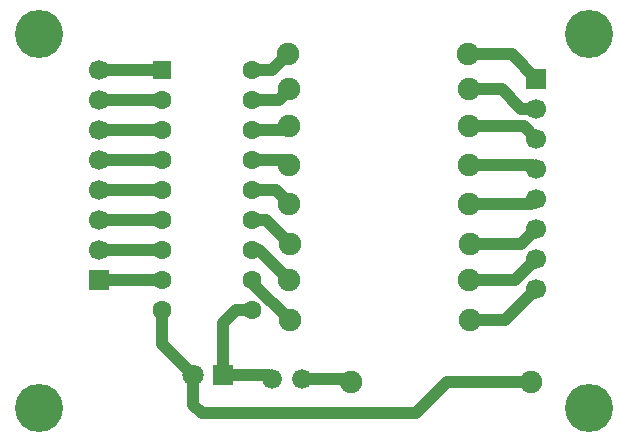
<source format=gbl>
G04 (created by PCBNEW (2013-07-07 BZR 4022)-stable) date 30-Oct-13 5:57:55 PM*
%MOIN*%
G04 Gerber Fmt 3.4, Leading zero omitted, Abs format*
%FSLAX34Y34*%
G01*
G70*
G90*
G04 APERTURE LIST*
%ADD10C,0.00590551*%
%ADD11C,0.0748031*%
%ADD12R,0.0669291X0.0669291*%
%ADD13C,0.0669291*%
%ADD14R,0.0708661X0.0708661*%
%ADD15C,0.0708661*%
%ADD16R,0.0629921X0.0629921*%
%ADD17C,0.0629921*%
%ADD18C,0.066*%
%ADD19C,0.16*%
%ADD20C,0.0393701*%
%ADD21C,0.0472441*%
G04 APERTURE END LIST*
G54D10*
G54D11*
X51700Y-52786D03*
X57700Y-52786D03*
G54D12*
X59928Y-48618D03*
G54D13*
X59928Y-49618D03*
X59928Y-50618D03*
X59928Y-51618D03*
X59928Y-52618D03*
X59928Y-53618D03*
X59928Y-54618D03*
X59928Y-55618D03*
G54D12*
X45346Y-55322D03*
G54D13*
X45346Y-54322D03*
X45346Y-53322D03*
X45346Y-52322D03*
X45346Y-51322D03*
X45346Y-50322D03*
X45346Y-49322D03*
X45346Y-48322D03*
G54D14*
X49494Y-58494D03*
G54D15*
X48494Y-58494D03*
G54D16*
X47466Y-48326D03*
G54D17*
X47466Y-49326D03*
X47466Y-50326D03*
X47466Y-51326D03*
X47466Y-52326D03*
X47466Y-53326D03*
X47466Y-54326D03*
X47466Y-55326D03*
X47466Y-56326D03*
X50466Y-56326D03*
X50466Y-55326D03*
X50466Y-54326D03*
X50466Y-53326D03*
X50466Y-52326D03*
X50466Y-51326D03*
X50466Y-50326D03*
X50466Y-49326D03*
X50466Y-48326D03*
G54D18*
X51116Y-58636D03*
X52116Y-58636D03*
G54D11*
X51656Y-47798D03*
X57656Y-47798D03*
X51686Y-48980D03*
X57686Y-48980D03*
X51680Y-50194D03*
X57680Y-50194D03*
X51686Y-51486D03*
X57686Y-51486D03*
X51726Y-54120D03*
X57726Y-54120D03*
X51692Y-55342D03*
X57692Y-55342D03*
X51714Y-56672D03*
X57714Y-56672D03*
X59738Y-58740D03*
X53738Y-58740D03*
G54D19*
X43350Y-47150D03*
X43350Y-59616D03*
X61696Y-59616D03*
X61696Y-47150D03*
G54D20*
X48494Y-58494D02*
X48494Y-59494D01*
X56936Y-58740D02*
X59738Y-58740D01*
X55902Y-59774D02*
X56936Y-58740D01*
X48774Y-59774D02*
X55902Y-59774D01*
X48494Y-59494D02*
X48774Y-59774D01*
X47466Y-56326D02*
X47466Y-57466D01*
X47466Y-57466D02*
X48494Y-58494D01*
X57714Y-56672D02*
X58874Y-56672D01*
X58874Y-56672D02*
X59928Y-55618D01*
X50466Y-55326D02*
X50466Y-55424D01*
X50466Y-55424D02*
X51714Y-56672D01*
X50466Y-50326D02*
X51548Y-50326D01*
X51548Y-50326D02*
X51680Y-50194D01*
X45346Y-48322D02*
X47462Y-48322D01*
G54D21*
X47462Y-48322D02*
X47466Y-48326D01*
G54D20*
X50466Y-54326D02*
X50676Y-54326D01*
X50676Y-54326D02*
X51692Y-55342D01*
X50466Y-53326D02*
X50932Y-53326D01*
X50932Y-53326D02*
X51726Y-54120D01*
X50466Y-52326D02*
X51240Y-52326D01*
X51240Y-52326D02*
X51700Y-52786D01*
X50466Y-51326D02*
X51526Y-51326D01*
X51526Y-51326D02*
X51686Y-51486D01*
X50466Y-49326D02*
X51340Y-49326D01*
X51340Y-49326D02*
X51686Y-48980D01*
X57680Y-50194D02*
X59504Y-50194D01*
X59504Y-50194D02*
X59928Y-50618D01*
X50466Y-48326D02*
X51128Y-48326D01*
X51128Y-48326D02*
X51656Y-47798D01*
X45346Y-49322D02*
X47462Y-49322D01*
G54D21*
X47462Y-49322D02*
X47466Y-49326D01*
G54D20*
X45346Y-50322D02*
X47462Y-50322D01*
G54D21*
X47462Y-50322D02*
X47466Y-50326D01*
G54D20*
X45346Y-51322D02*
X47462Y-51322D01*
G54D21*
X47462Y-51322D02*
X47466Y-51326D01*
G54D20*
X45346Y-52322D02*
X47462Y-52322D01*
G54D21*
X47462Y-52322D02*
X47466Y-52326D01*
G54D20*
X45346Y-53322D02*
X47462Y-53322D01*
G54D21*
X47462Y-53322D02*
X47466Y-53326D01*
G54D20*
X45346Y-54322D02*
X47462Y-54322D01*
G54D21*
X47462Y-54322D02*
X47466Y-54326D01*
G54D20*
X45346Y-55322D02*
X47462Y-55322D01*
G54D21*
X47462Y-55322D02*
X47466Y-55326D01*
G54D20*
X57692Y-55342D02*
X59204Y-55342D01*
X59204Y-55342D02*
X59928Y-54618D01*
X57726Y-54120D02*
X59426Y-54120D01*
X59426Y-54120D02*
X59928Y-53618D01*
X57700Y-52786D02*
X59760Y-52786D01*
X59760Y-52786D02*
X59928Y-52618D01*
X57686Y-51486D02*
X59796Y-51486D01*
X59796Y-51486D02*
X59928Y-51618D01*
X57686Y-48980D02*
X58790Y-48980D01*
X59428Y-49618D02*
X59928Y-49618D01*
X58790Y-48980D02*
X59428Y-49618D01*
X57656Y-47798D02*
X59108Y-47798D01*
X59108Y-47798D02*
X59928Y-48618D01*
X52116Y-58636D02*
X53616Y-58618D01*
X53616Y-58618D02*
X53738Y-58740D01*
X49494Y-58494D02*
X50970Y-58490D01*
X50970Y-58490D02*
X51116Y-58636D01*
X49494Y-58494D02*
X49494Y-56764D01*
X49932Y-56326D02*
X50466Y-56326D01*
X49494Y-56764D02*
X49932Y-56326D01*
M02*

</source>
